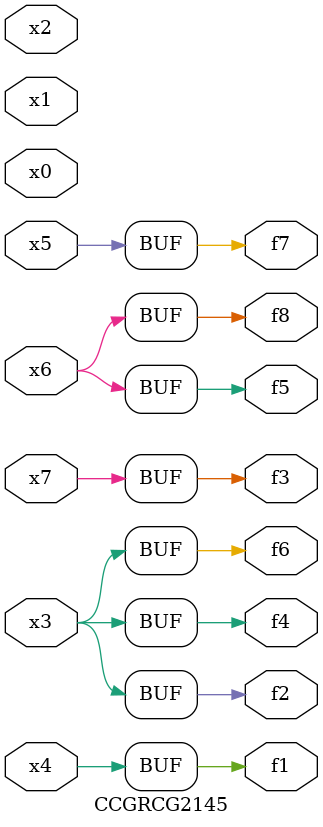
<source format=v>
module CCGRCG2145(
	input x0, x1, x2, x3, x4, x5, x6, x7,
	output f1, f2, f3, f4, f5, f6, f7, f8
);
	assign f1 = x4;
	assign f2 = x3;
	assign f3 = x7;
	assign f4 = x3;
	assign f5 = x6;
	assign f6 = x3;
	assign f7 = x5;
	assign f8 = x6;
endmodule

</source>
